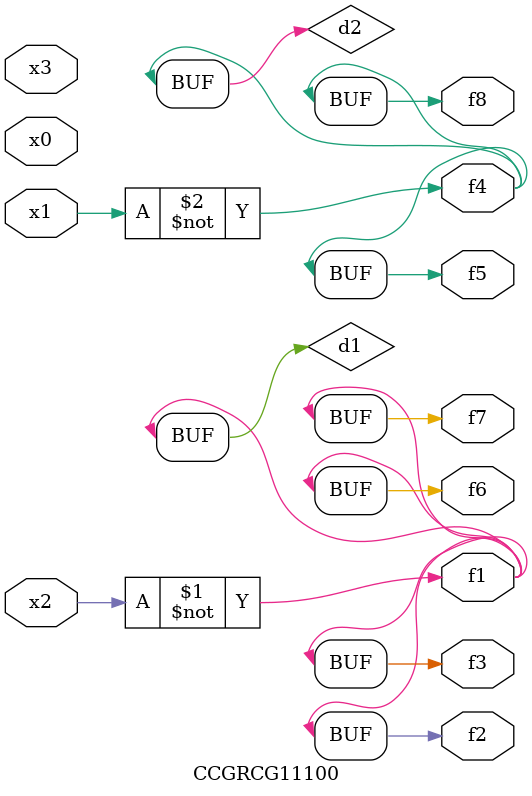
<source format=v>
module CCGRCG11100(
	input x0, x1, x2, x3,
	output f1, f2, f3, f4, f5, f6, f7, f8
);

	wire d1, d2;

	xnor (d1, x2);
	not (d2, x1);
	assign f1 = d1;
	assign f2 = d1;
	assign f3 = d1;
	assign f4 = d2;
	assign f5 = d2;
	assign f6 = d1;
	assign f7 = d1;
	assign f8 = d2;
endmodule

</source>
